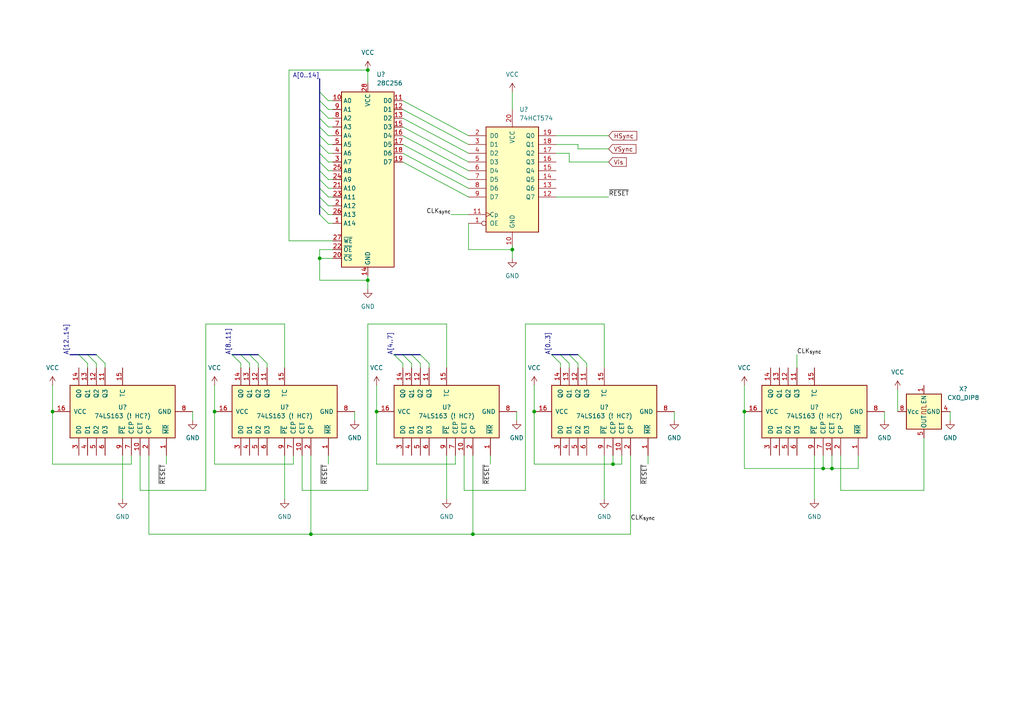
<source format=kicad_sch>
(kicad_sch (version 20211123) (generator eeschema)
  (paper "A4")
  (title_block (title "EEPROM VGA sync") (rev "0"))
  (lib_symbols
    (symbol "74xx:74HCT574" (pin_names (offset 1.016))
      (property "Reference" "U" (at -7.62 16.51 0))
      (property "Value" "74HCT574" (at -7.62 -16.51 0))
      (symbol "74HCT574_1_0"
        (pin input inverted (at -12.7 -12.7 0) (length 5.08) (name "OE") (number "1"))
        (pin power_in line (at 0 -20.32 90) (length 5.08) (name "GND") (number "10"))
        (pin input clock (at -12.7 -10.16 0) (length 5.08) (name "Cp") (number "11"))
        (pin tri_state line (at 12.7 -5.08 180) (length 5.08) (name "Q7") (number "12"))
        (pin tri_state line (at 12.7 -2.54 180) (length 5.08) (name "Q6") (number "13"))
        (pin tri_state line (at 12.7 0 180) (length 5.08) (name "Q5") (number "14"))
        (pin tri_state line (at 12.7 2.54 180) (length 5.08) (name "Q4") (number "15"))
        (pin tri_state line (at 12.7 5.08 180) (length 5.08) (name "Q3") (number "16"))
        (pin tri_state line (at 12.7 7.62 180) (length 5.08) (name "Q2") (number "17"))
        (pin tri_state line (at 12.7 10.16 180) (length 5.08) (name "Q1") (number "18"))
        (pin tri_state line (at 12.7 12.7 180) (length 5.08) (name "Q0") (number "19"))
        (pin input line (at -12.7 12.7 0) (length 5.08) (name "D0") (number "2"))
        (pin power_in line (at 0 20.32 270) (length 5.08) (name "VCC") (number "20"))
        (pin input line (at -12.7 10.16 0) (length 5.08) (name "D1") (number "3"))
        (pin input line (at -12.7 7.62 0) (length 5.08) (name "D2") (number "4"))
        (pin input line (at -12.7 5.08 0) (length 5.08) (name "D3") (number "5"))
        (pin input line (at -12.7 2.54 0) (length 5.08) (name "D4") (number "6"))
        (pin input line (at -12.7 0 0) (length 5.08) (name "D5") (number "7"))
        (pin input line (at -12.7 -2.54 0) (length 5.08) (name "D6") (number "8"))
        (pin input line (at -12.7 -5.08 0) (length 5.08) (name "D7") (number "9"))
      )
      (symbol "74HCT574_1_1"
        (rectangle (start -7.62 15.24) (end 7.62 -15.24) (stroke (width 0.254)) (fill (type background)))
      )
    )
    (symbol "74xx:74LS163" (pin_names (offset 1.016))
      (property "Reference" "U" (at -7.62 16.51 0))
      (property "Value" "74LS163" (at -7.62 -16.51 0))
      (symbol "74LS163_1_0"
        (pin input line (at -12.7 -12.7 0) (length 5.08) (name "~{MR}") (number "1"))
        (pin input line (at -12.7 -5.08 0) (length 5.08) (name "CET") (number "10"))
        (pin output line (at 12.7 5.08 180) (length 5.08) (name "Q3") (number "11"))
        (pin output line (at 12.7 7.62 180) (length 5.08) (name "Q2") (number "12"))
        (pin output line (at 12.7 10.16 180) (length 5.08) (name "Q1") (number "13"))
        (pin output line (at 12.7 12.7 180) (length 5.08) (name "Q0") (number "14"))
        (pin output line (at 12.7 0 180) (length 5.08) (name "TC") (number "15"))
        (pin power_in line (at 0 20.32 270) (length 5.08) (name "VCC") (number "16"))
        (pin input line (at -12.7 -7.62 0) (length 5.08) (name "CP") (number "2"))
        (pin input line (at -12.7 12.7 0) (length 5.08) (name "D0") (number "3"))
        (pin input line (at -12.7 10.16 0) (length 5.08) (name "D1") (number "4"))
        (pin input line (at -12.7 7.62 0) (length 5.08) (name "D2") (number "5"))
        (pin input line (at -12.7 5.08 0) (length 5.08) (name "D3") (number "6"))
        (pin input line (at -12.7 -2.54 0) (length 5.08) (name "CEP") (number "7"))
        (pin power_in line (at 0 -20.32 90) (length 5.08) (name "GND") (number "8"))
        (pin input line (at -12.7 0 0) (length 5.08) (name "~{PE}") (number "9"))
      )
      (symbol "74LS163_1_1"
        (rectangle (start -7.62 15.24) (end 7.62 -15.24) (stroke (width 0.254)) (fill (type background)))
      )
    )
    (symbol "Memory_EEPROM:28C256"
      (property "Reference" "U" (at -7.62 26.67 0))
      (property "Value" "28C256" (at 2.54 -26.67 0))
      (symbol "28C256_1_1"
        (rectangle (start -7.62 25.4) (end 7.62 -25.4) (stroke (width 0.254)) (fill (type background)))
        (pin input line (at -10.16 -12.7 0) (length 2.54) (name "A14") (number "1"))
        (pin input line (at -10.16 22.86 0) (length 2.54) (name "A0") (number "10"))
        (pin tri_state line (at 10.16 22.86 180) (length 2.54) (name "D0") (number "11"))
        (pin tri_state line (at 10.16 20.32 180) (length 2.54) (name "D1") (number "12"))
        (pin tri_state line (at 10.16 17.78 180) (length 2.54) (name "D2") (number "13"))
        (pin power_in line (at 0 -27.94 90) (length 2.54) (name "GND") (number "14"))
        (pin tri_state line (at 10.16 15.24 180) (length 2.54) (name "D3") (number "15"))
        (pin tri_state line (at 10.16 12.7 180) (length 2.54) (name "D4") (number "16"))
        (pin tri_state line (at 10.16 10.16 180) (length 2.54) (name "D5") (number "17"))
        (pin tri_state line (at 10.16 7.62 180) (length 2.54) (name "D6") (number "18"))
        (pin tri_state line (at 10.16 5.08 180) (length 2.54) (name "D7") (number "19"))
        (pin input line (at -10.16 -7.62 0) (length 2.54) (name "A12") (number "2"))
        (pin input line (at -10.16 -22.86 0) (length 2.54) (name "~{CS}") (number "20"))
        (pin input line (at -10.16 -2.54 0) (length 2.54) (name "A10") (number "21"))
        (pin input line (at -10.16 -20.32 0) (length 2.54) (name "~{OE}") (number "22"))
        (pin input line (at -10.16 -5.08 0) (length 2.54) (name "A11") (number "23"))
        (pin input line (at -10.16 0 0) (length 2.54) (name "A9") (number "24"))
        (pin input line (at -10.16 2.54 0) (length 2.54) (name "A8") (number "25"))
        (pin input line (at -10.16 -10.16 0) (length 2.54) (name "A13") (number "26"))
        (pin input line (at -10.16 -17.78 0) (length 2.54) (name "~{WE}") (number "27"))
        (pin power_in line (at 0 27.94 270) (length 2.54) (name "VCC") (number "28"))
        (pin input line (at -10.16 5.08 0) (length 2.54) (name "A7") (number "3"))
        (pin input line (at -10.16 7.62 0) (length 2.54) (name "A6") (number "4"))
        (pin input line (at -10.16 10.16 0) (length 2.54) (name "A5") (number "5"))
        (pin input line (at -10.16 12.7 0) (length 2.54) (name "A4") (number "6"))
        (pin input line (at -10.16 15.24 0) (length 2.54) (name "A3") (number "7"))
        (pin input line (at -10.16 17.78 0) (length 2.54) (name "A2") (number "8"))
        (pin input line (at -10.16 20.32 0) (length 2.54) (name "A1") (number "9"))
      )
    )
    (symbol "Oscillator:CXO_DIP8" (pin_names (offset 0.254))
      (property "Reference" "X" (at -5.08 6.35 0))
      (property "Value" "CXO_DIP8" (at 1.27 -6.35 0))
      (symbol "CXO_DIP8_0_1"
        (rectangle (start -5.08 5.08) (end 5.08 -5.08) (stroke (width 0.254)) (fill (type background)))
        (polyline (pts (xy -1.905 -0.635) (xy -1.27 -0.635) (xy -1.27 0.635) (xy -0.635 0.635) (xy -0.635 -0.635) (xy 0 -0.635) (xy 0 0.635) (xy 0.635 0.635) (xy 0.635 -0.635)))
      )
      (symbol "CXO_DIP8_1_1"
        (pin input line (at -7.62 0 0) (length 2.54) (name "EN") (number "1"))
        (pin power_in line (at 0 -7.62 90) (length 2.54) (name "GND") (number "4"))
        (pin output line (at 7.62 0 180) (length 2.54) (name "OUT") (number "5"))
        (pin power_in line (at 0 7.62 270) (length 2.54) (name "Vcc") (number "8"))
      )
    )
    (symbol "power:GND" (power) (pin_names (offset 0))
      (property "Value" "GND" (at 0 -3.81 0))
      (symbol "GND_0_1"
        (polyline (pts (xy 0 0) (xy 0 -1.27) (xy 1.27 -1.27) (xy 0 -2.54) (xy -1.27 -1.27) (xy 0 -1.27)))
      )
      (symbol "GND_1_1"
        (pin power_in line (at 0 0 270) (length 0) hide (name "GND") (number "1"))
      )
    )
    (symbol "power:VCC" (power) (pin_names (offset 0))
      (property "Value" "VCC" (at 0 3.81 0))
      (symbol "VCC_0_1"
        (polyline (pts (xy -0.762 1.27) (xy 0 2.54)))
        (polyline (pts (xy 0 0) (xy 0 2.54)))
        (polyline (pts (xy 0 2.54) (xy 0.762 1.27)))
      )
      (symbol "VCC_1_1"
        (pin power_in line (at 0 0 90) (length 0) hide (name "VCC") (number "1"))
      )
    )
  )
  (junction (at 137.16 154.94))
  (junction (at 15.24 119.38))
  (junction (at 109.22 119.38))
  (junction (at 106.68 20.32))
  (junction (at 62.23 119.38))
  (junction (at 215.9 119.38))
  (junction (at 90.17 154.94))
  (junction (at 154.94 119.38))
  (junction (at 106.68 81.28))
  (junction (at 92.71 74.93))
  (junction (at 177.8 134.62))
  (junction (at 148.59 72.39))
  (junction (at 238.76 135.89))
  (junction (at 241.3 135.89))
  (bus_entry (at 160.02 102.87) (size 2.54 2.54))
  (bus_entry (at 121.92 102.87) (size 2.54 2.54))
  (bus_entry (at 95.25 36.83) (size -2.54 -2.54))
  (bus_entry (at 72.39 102.87) (size 2.54 2.54))
  (bus_entry (at 95.25 59.69) (size -2.54 -2.54))
  (bus_entry (at 95.25 64.77) (size -2.54 -2.54))
  (bus_entry (at 95.25 52.07) (size -2.54 -2.54))
  (bus_entry (at 119.38 102.87) (size 2.54 2.54))
  (bus_entry (at 74.93 102.87) (size 2.54 2.54))
  (bus_entry (at 95.25 39.37) (size -2.54 -2.54))
  (bus_entry (at 95.25 31.75) (size -2.54 -2.54))
  (bus_entry (at 95.25 44.45) (size -2.54 -2.54))
  (bus_entry (at 27.94 102.87) (size 2.54 2.54))
  (bus_entry (at 95.25 62.23) (size -2.54 -2.54))
  (bus_entry (at 95.25 57.15) (size -2.54 -2.54))
  (bus_entry (at 22.86 102.87) (size 2.54 2.54))
  (bus_entry (at 95.25 41.91) (size -2.54 -2.54))
  (bus_entry (at 69.85 102.87) (size 2.54 2.54))
  (bus_entry (at 95.25 34.29) (size -2.54 -2.54))
  (bus_entry (at 114.3 102.87) (size 2.54 2.54))
  (bus_entry (at 162.56 102.87) (size 2.54 2.54))
  (bus_entry (at 116.84 102.87) (size 2.54 2.54))
  (bus_entry (at 165.1 102.87) (size 2.54 2.54))
  (bus_entry (at 95.25 49.53) (size -2.54 -2.54))
  (bus_entry (at 67.31 102.87) (size 2.54 2.54))
  (bus_entry (at 25.4 102.87) (size 2.54 2.54))
  (bus_entry (at 95.25 54.61) (size -2.54 -2.54))
  (bus_entry (at 95.25 29.21) (size -2.54 -2.54))
  (bus_entry (at 95.25 46.99) (size -2.54 -2.54))
  (bus_entry (at 167.64 102.87) (size 2.54 2.54))
  (wire (pts (xy 116.84 41.91) (xy 135.89 52.07)))
  (wire (pts (xy 116.84 105.41) (xy 116.84 106.68)))
  (wire (pts (xy 15.24 134.62) (xy 38.1 134.62)))
  (wire (pts (xy 241.3 132.08) (xy 241.3 135.89)))
  (wire (pts (xy 130.81 62.23) (xy 135.89 62.23)))
  (wire (pts (xy 95.25 46.99) (xy 96.52 46.99)))
  (bus (pts (xy 92.71 39.37) (xy 92.71 36.83)))
  (wire (pts (xy 142.24 132.08) (xy 142.24 134.62)))
  (wire (pts (xy 167.64 43.18) (xy 176.53 43.18)))
  (wire (pts (xy 215.9 111.76) (xy 215.9 119.38)))
  (wire (pts (xy 95.25 62.23) (xy 96.52 62.23)))
  (wire (pts (xy 106.68 81.28) (xy 106.68 83.82)))
  (wire (pts (xy 95.25 54.61) (xy 96.52 54.61)))
  (wire (pts (xy 175.26 132.08) (xy 175.26 144.78)))
  (bus (pts (xy 162.56 102.87) (xy 165.1 102.87)))
  (wire (pts (xy 135.89 72.39) (xy 148.59 72.39)))
  (wire (pts (xy 27.94 105.41) (xy 27.94 106.68)))
  (bus (pts (xy 92.71 46.99) (xy 92.71 44.45)))
  (bus (pts (xy 92.71 49.53) (xy 92.71 46.99)))
  (wire (pts (xy 182.88 154.94) (xy 137.16 154.94)))
  (bus (pts (xy 92.71 36.83) (xy 92.71 34.29)))
  (wire (pts (xy 154.94 119.38) (xy 154.94 134.62)))
  (wire (pts (xy 116.84 34.29) (xy 135.89 44.45)))
  (wire (pts (xy 43.18 154.94) (xy 43.18 132.08)))
  (wire (pts (xy 165.1 46.99) (xy 176.53 46.99)))
  (wire (pts (xy 90.17 132.08) (xy 90.17 154.94)))
  (wire (pts (xy 154.94 111.76) (xy 154.94 119.38)))
  (wire (pts (xy 95.25 29.21) (xy 96.52 29.21)))
  (bus (pts (xy 22.86 102.87) (xy 25.4 102.87)))
  (wire (pts (xy 95.25 57.15) (xy 96.52 57.15)))
  (wire (pts (xy 38.1 134.62) (xy 38.1 132.08)))
  (wire (pts (xy 95.25 64.77) (xy 96.52 64.77)))
  (wire (pts (xy 148.59 26.67) (xy 148.59 31.75)))
  (wire (pts (xy 124.46 105.41) (xy 124.46 106.68)))
  (wire (pts (xy 95.25 34.29) (xy 96.52 34.29)))
  (wire (pts (xy 87.63 142.24) (xy 87.63 132.08)))
  (wire (pts (xy 135.89 64.77) (xy 135.89 72.39)))
  (wire (pts (xy 116.84 46.99) (xy 135.89 57.15)))
  (wire (pts (xy 195.58 119.38) (xy 195.58 121.92)))
  (wire (pts (xy 182.88 132.08) (xy 182.88 154.94)))
  (wire (pts (xy 162.56 105.41) (xy 162.56 106.68)))
  (wire (pts (xy 106.68 142.24) (xy 87.63 142.24)))
  (wire (pts (xy 154.94 134.62) (xy 177.8 134.62)))
  (wire (pts (xy 161.29 39.37) (xy 176.53 39.37)))
  (wire (pts (xy 92.71 81.28) (xy 106.68 81.28)))
  (wire (pts (xy 167.64 105.41) (xy 167.64 106.68)))
  (wire (pts (xy 15.24 111.76) (xy 15.24 119.38)))
  (wire (pts (xy 119.38 105.41) (xy 119.38 106.68)))
  (wire (pts (xy 132.08 134.62) (xy 132.08 132.08)))
  (wire (pts (xy 55.88 119.38) (xy 55.88 121.92)))
  (wire (pts (xy 83.82 69.85) (xy 83.82 20.32)))
  (wire (pts (xy 129.54 132.08) (xy 129.54 144.78)))
  (wire (pts (xy 92.71 74.93) (xy 92.71 81.28)))
  (wire (pts (xy 137.16 132.08) (xy 137.16 154.94)))
  (wire (pts (xy 92.71 72.39) (xy 92.71 74.93)))
  (wire (pts (xy 248.92 135.89) (xy 248.92 132.08)))
  (wire (pts (xy 267.97 142.24) (xy 243.84 142.24)))
  (wire (pts (xy 129.54 93.98) (xy 106.68 93.98)))
  (bus (pts (xy 114.3 102.87) (xy 116.84 102.87)))
  (wire (pts (xy 165.1 44.45) (xy 165.1 46.99)))
  (wire (pts (xy 149.86 119.38) (xy 149.86 121.92)))
  (bus (pts (xy 92.71 59.69) (xy 92.71 57.15)))
  (wire (pts (xy 40.64 142.24) (xy 40.64 132.08)))
  (wire (pts (xy 152.4 93.98) (xy 152.4 142.24)))
  (wire (pts (xy 187.96 132.08) (xy 187.96 134.62)))
  (wire (pts (xy 77.47 105.41) (xy 77.47 106.68)))
  (wire (pts (xy 260.35 113.03) (xy 260.35 119.38)))
  (wire (pts (xy 106.68 80.01) (xy 106.68 81.28)))
  (wire (pts (xy 82.55 132.08) (xy 82.55 144.78)))
  (wire (pts (xy 116.84 39.37) (xy 135.89 49.53)))
  (wire (pts (xy 109.22 111.76) (xy 109.22 119.38)))
  (wire (pts (xy 92.71 74.93) (xy 96.52 74.93)))
  (bus (pts (xy 69.85 102.87) (xy 72.39 102.87)))
  (wire (pts (xy 137.16 154.94) (xy 90.17 154.94)))
  (bus (pts (xy 92.71 54.61) (xy 92.71 52.07)))
  (wire (pts (xy 106.68 20.32) (xy 106.68 24.13)))
  (bus (pts (xy 119.38 102.87) (xy 121.92 102.87)))
  (wire (pts (xy 72.39 105.41) (xy 72.39 106.68)))
  (wire (pts (xy 90.17 154.94) (xy 43.18 154.94)))
  (wire (pts (xy 148.59 72.39) (xy 148.59 74.93)))
  (bus (pts (xy 25.4 102.87) (xy 27.94 102.87)))
  (wire (pts (xy 161.29 57.15) (xy 176.53 57.15)))
  (bus (pts (xy 92.71 52.07) (xy 92.71 49.53)))
  (bus (pts (xy 92.71 62.23) (xy 92.71 59.69)))
  (wire (pts (xy 161.29 41.91) (xy 167.64 41.91)))
  (wire (pts (xy 116.84 31.75) (xy 135.89 41.91)))
  (wire (pts (xy 175.26 93.98) (xy 152.4 93.98)))
  (wire (pts (xy 25.4 105.41) (xy 25.4 106.68)))
  (wire (pts (xy 95.25 31.75) (xy 96.52 31.75)))
  (wire (pts (xy 215.9 119.38) (xy 215.9 135.89)))
  (wire (pts (xy 74.93 105.41) (xy 74.93 106.68)))
  (wire (pts (xy 175.26 106.68) (xy 175.26 93.98)))
  (wire (pts (xy 267.97 127) (xy 267.97 142.24)))
  (wire (pts (xy 83.82 20.32) (xy 106.68 20.32)))
  (bus (pts (xy 92.71 29.21) (xy 92.71 26.67)))
  (wire (pts (xy 95.25 49.53) (xy 96.52 49.53)))
  (wire (pts (xy 165.1 105.41) (xy 165.1 106.68)))
  (wire (pts (xy 95.25 36.83) (xy 96.52 36.83)))
  (bus (pts (xy 160.02 102.87) (xy 162.56 102.87)))
  (wire (pts (xy 129.54 106.68) (xy 129.54 93.98)))
  (wire (pts (xy 95.25 44.45) (xy 96.52 44.45)))
  (wire (pts (xy 161.29 44.45) (xy 165.1 44.45)))
  (wire (pts (xy 48.26 132.08) (xy 48.26 134.62)))
  (bus (pts (xy 116.84 102.87) (xy 119.38 102.87)))
  (bus (pts (xy 92.71 34.29) (xy 92.71 31.75)))
  (wire (pts (xy 275.59 119.38) (xy 275.59 121.92)))
  (wire (pts (xy 109.22 119.38) (xy 109.22 134.62)))
  (bus (pts (xy 165.1 102.87) (xy 167.64 102.87)))
  (bus (pts (xy 92.71 57.15) (xy 92.71 54.61)))
  (wire (pts (xy 15.24 119.38) (xy 15.24 134.62)))
  (wire (pts (xy 215.9 135.89) (xy 238.76 135.89)))
  (wire (pts (xy 30.48 105.41) (xy 30.48 106.68)))
  (bus (pts (xy 92.71 44.45) (xy 92.71 41.91)))
  (wire (pts (xy 85.09 134.62) (xy 85.09 132.08)))
  (wire (pts (xy 238.76 135.89) (xy 241.3 135.89)))
  (wire (pts (xy 95.25 41.91) (xy 96.52 41.91)))
  (bus (pts (xy 72.39 102.87) (xy 74.93 102.87)))
  (wire (pts (xy 102.87 119.38) (xy 102.87 121.92)))
  (bus (pts (xy 92.71 26.67) (xy 92.71 22.86)))
  (wire (pts (xy 35.56 132.08) (xy 35.56 144.78)))
  (wire (pts (xy 96.52 72.39) (xy 92.71 72.39)))
  (wire (pts (xy 59.69 142.24) (xy 40.64 142.24)))
  (bus (pts (xy 20.32 102.87) (xy 22.86 102.87)))
  (wire (pts (xy 121.92 105.41) (xy 121.92 106.68)))
  (wire (pts (xy 236.22 132.08) (xy 236.22 144.78)))
  (wire (pts (xy 116.84 36.83) (xy 135.89 46.99)))
  (wire (pts (xy 82.55 106.68) (xy 82.55 93.98)))
  (wire (pts (xy 180.34 132.08) (xy 180.34 134.62)))
  (wire (pts (xy 95.25 132.08) (xy 95.25 134.62)))
  (wire (pts (xy 59.69 93.98) (xy 59.69 142.24)))
  (wire (pts (xy 95.25 39.37) (xy 96.52 39.37)))
  (wire (pts (xy 116.84 29.21) (xy 135.89 39.37)))
  (wire (pts (xy 116.84 44.45) (xy 135.89 54.61)))
  (wire (pts (xy 170.18 105.41) (xy 170.18 106.68)))
  (wire (pts (xy 62.23 134.62) (xy 85.09 134.62)))
  (wire (pts (xy 152.4 142.24) (xy 134.62 142.24)))
  (wire (pts (xy 96.52 69.85) (xy 83.82 69.85)))
  (wire (pts (xy 69.85 105.41) (xy 69.85 106.68)))
  (wire (pts (xy 62.23 119.38) (xy 62.23 134.62)))
  (wire (pts (xy 82.55 93.98) (xy 59.69 93.98)))
  (bus (pts (xy 92.71 31.75) (xy 92.71 29.21)))
  (wire (pts (xy 95.25 59.69) (xy 96.52 59.69)))
  (wire (pts (xy 177.8 134.62) (xy 180.34 134.62)))
  (wire (pts (xy 148.59 71.12) (xy 148.59 72.39)))
  (bus (pts (xy 67.31 102.87) (xy 69.85 102.87)))
  (wire (pts (xy 256.54 119.38) (xy 256.54 121.92)))
  (wire (pts (xy 109.22 134.62) (xy 132.08 134.62)))
  (wire (pts (xy 106.68 93.98) (xy 106.68 142.24)))
  (wire (pts (xy 167.64 41.91) (xy 167.64 43.18)))
  (wire (pts (xy 243.84 142.24) (xy 243.84 132.08)))
  (wire (pts (xy 241.3 135.89) (xy 248.92 135.89)))
  (wire (pts (xy 231.14 102.87) (xy 231.14 106.68)))
  (wire (pts (xy 238.76 132.08) (xy 238.76 135.89)))
  (wire (pts (xy 134.62 142.24) (xy 134.62 132.08)))
  (wire (pts (xy 62.23 111.76) (xy 62.23 119.38)))
  (wire (pts (xy 177.8 134.62) (xy 177.8 132.08)))
  (wire (pts (xy 95.25 52.07) (xy 96.52 52.07)))
  (bus (pts (xy 92.71 41.91) (xy 92.71 39.37)))
  (label "CLK_{sync}" (at 130.81 62.23 180))
  (label "A[12..14]" (at 20.32 102.87 90))
  (label "A[0..3]" (at 160.02 102.87 90))
  (label "A[4..7]" (at 114.3 102.87 90))
  (label "A[8..11]" (at 67.31 102.87 90))
  (label "~{RESET}" (at 95.25 134.62 270))
  (label "~{RESET}" (at 176.53 57.15 0))
  (label "~{RESET}" (at 142.24 134.62 270))
  (label "CLK_{sync}" (at 182.88 151.13 0))
  (label "CLK_{sync}" (at 231.14 102.87 0))
  (label "~{RESET}" (at 187.96 134.62 270))
  (label "~{RESET}" (at 48.26 134.62 270))
  (label "A[0..14]" (at 92.71 22.86 180))
  (global_label "Vis" (shape input) (at 176.53 46.99 0) (property "Intersheet References" "${INTERSHEET_REFS}" (effects hide)))
  (global_label "VSync" (shape input) (at 176.53 43.18 0) (property "Intersheet References" "${INTERSHEET_REFS}" (effects hide)))
  (global_label "HSync" (shape input) (at 176.53 39.37 0) (property "Intersheet References" "${INTERSHEET_REFS}" (effects hide)))
  (symbol (lib_id "power:VCC") (at 148.59 26.67 0) (unit 1)
    (property "Reference" "#PWR?" (effects hide))
    (property "Value" "VCC" (at 148.59 21.59 0))
  )
  (symbol (lib_id "74xx:74LS163") (at 35.56 119.38 90) (unit 1)
    (property "Reference" "U?" (at 35.56 118.11 90))
    (property "Value" "74LS163 (! HC?)" (at 35.56 120.65 90))
    (property "Datasheet" "http://www.ti.com/lit/gpn/sn74LS163" (effects hide))
  )
  (symbol (lib_id "power:GND") (at 149.86 121.92 0) (unit 1)
    (property "Reference" "#PWR?" (effects hide))
    (property "Value" "GND" (at 149.86 127 0))
  )
  (symbol (lib_id "power:VCC") (at 62.23 111.76 0) (unit 1)
    (property "Reference" "#PWR?" (effects hide))
    (property "Value" "VCC" (at 62.23 106.68 0))
  )
  (symbol (lib_id "74xx:74LS163") (at 129.54 119.38 90) (unit 1)
    (property "Reference" "U?" (at 129.54 118.11 90))
    (property "Value" "74LS163 (! HC?)" (at 129.54 120.65 90))
    (property "Datasheet" "http://www.ti.com/lit/gpn/sn74LS163" (effects hide))
  )
  (symbol (lib_id "power:VCC") (at 15.24 111.76 0) (unit 1)
    (property "Reference" "#PWR?" (effects hide))
    (property "Value" "VCC" (at 15.24 106.68 0))
  )
  (symbol (lib_id "74xx:74LS163") (at 236.22 119.38 90) (unit 1)
    (property "Reference" "U?" (at 236.22 118.11 90))
    (property "Value" "74LS163 (! HC?)" (at 236.22 120.65 90))
    (property "Datasheet" "http://www.ti.com/lit/gpn/sn74LS163" (effects hide))
  )
  (symbol (lib_id "power:GND") (at 275.59 121.92 0) (unit 1)
    (property "Reference" "#PWR?" (effects hide))
    (property "Value" "GND" (at 275.59 127 0))
  )
  (symbol (lib_id "power:GND") (at 256.54 121.92 0) (unit 1)
    (property "Reference" "#PWR?" (effects hide))
    (property "Value" "GND" (at 256.54 127 0))
  )
  (symbol (lib_id "power:GND") (at 195.58 121.92 0) (unit 1)
    (property "Reference" "#PWR?" (effects hide))
    (property "Value" "GND" (at 195.58 127 0))
  )
  (symbol (lib_id "power:GND") (at 106.68 83.82 0) (unit 1)
    (property "Reference" "#PWR?" (effects hide))
    (property "Value" "GND" (at 106.68 88.9 0))
  )
  (symbol (lib_id "74xx:74LS163") (at 175.26 119.38 90) (unit 1)
    (property "Reference" "U?" (at 175.26 118.11 90))
    (property "Value" "74LS163 (! HC?)" (at 175.26 120.65 90))
    (property "Datasheet" "http://www.ti.com/lit/gpn/sn74LS163" (effects hide))
  )
  (symbol (lib_id "power:VCC") (at 215.9 111.76 0) (unit 1)
    (property "Reference" "#PWR?" (effects hide))
    (property "Value" "VCC" (at 215.9 106.68 0))
  )
  (symbol (lib_id "power:VCC") (at 109.22 111.76 0) (unit 1)
    (property "Reference" "#PWR?" (effects hide))
    (property "Value" "VCC" (at 109.22 106.68 0))
  )
  (symbol (lib_id "power:GND") (at 102.87 121.92 0) (unit 1)
    (property "Reference" "#PWR?" (effects hide))
    (property "Value" "GND" (at 102.87 127 0))
  )
  (symbol (lib_id "power:GND") (at 35.56 144.78 0) (unit 1)
    (property "Reference" "#PWR?" (effects hide))
    (property "Value" "GND" (at 35.56 149.86 0))
  )
  (symbol (lib_id "power:GND") (at 55.88 121.92 0) (unit 1)
    (property "Reference" "#PWR?" (effects hide))
    (property "Value" "GND" (at 55.88 127 0))
  )
  (symbol (lib_id "power:GND") (at 129.54 144.78 0) (unit 1)
    (property "Reference" "#PWR?" (effects hide))
    (property "Value" "GND" (at 129.54 149.86 0))
  )
  (symbol (lib_id "power:VCC") (at 154.94 111.76 0) (unit 1)
    (property "Reference" "#PWR?" (effects hide))
    (property "Value" "VCC" (at 154.94 106.68 0))
  )
  (symbol (lib_id "power:VCC") (at 106.68 20.32 0) (unit 1)
    (property "Reference" "#PWR?" (effects hide))
    (property "Value" "VCC" (at 106.68 15.24 0))
  )
  (symbol (lib_id "power:GND") (at 236.22 144.78 0) (unit 1)
    (property "Reference" "#PWR?" (effects hide))
    (property "Value" "GND" (at 236.22 149.86 0))
  )
  (symbol (lib_id "Memory_EEPROM:28C256") (at 106.68 52.07 0) (unit 1)
    (property "Reference" "U?" (at 110.49 21.59 0))
    (property "Value" "28C256" (at 113.03 24.13 0))
    (property "Datasheet" "http://ww1.microchip.com/downloads/en/DeviceDoc/doc0006.pdf" (effects hide))
  )
  (symbol (lib_id "Oscillator:CXO_DIP8") (at 267.97 119.38 90) (mirror x) (unit 1)
    (property "Reference" "X?" (at 279.4 112.8012 90))
    (property "Value" "CXO_DIP8" (at 279.4 115.3412 90))
    (property "Footprint" "Oscillator:Oscillator_DIP-8" (effects hide))
    (property "Datasheet" "http://cdn-reichelt.de/documents/datenblatt/B400/OSZI.pdf" (effects hide))
  )
  (symbol (lib_id "74xx:74LS163") (at 82.55 119.38 90) (unit 1)
    (property "Reference" "U?" (at 82.55 118.11 90))
    (property "Value" "74LS163 (! HC?)" (at 82.55 120.65 90))
    (property "Datasheet" "http://www.ti.com/lit/gpn/sn74LS163" (effects hide))
  )
  (symbol (lib_id "power:GND") (at 148.59 74.93 0) (unit 1)
    (property "Reference" "#PWR?" (effects hide))
    (property "Value" "GND" (at 148.59 80.01 0))
  )
  (symbol (lib_id "power:VCC") (at 260.35 113.03 0) (unit 1)
    (property "Reference" "#PWR?" (effects hide))
    (property "Value" "VCC" (at 260.35 107.95 0))
  )
  (symbol (lib_id "power:GND") (at 175.26 144.78 0) (unit 1)
    (property "Reference" "#PWR?" (effects hide))
    (property "Value" "GND" (at 175.26 149.86 0))
  )
  (symbol (lib_id "74xx:74HCT574") (at 148.59 52.07 0) (unit 1)
    (property "Reference" "U?" (at 150.6094 31.75 0) (effects (justify left)))
    (property "Value" "74HCT574" (at 150.6094 34.29 0) (effects (justify left)))
    (property "Datasheet" "http://www.ti.com/lit/gpn/sn74HCT574" (effects hide))
  )
  (symbol (lib_id "power:GND") (at 82.55 144.78 0) (unit 1)
    (property "Reference" "#PWR?" (effects hide))
    (property "Value" "GND" (at 82.55 149.86 0))
  )
)
</source>
